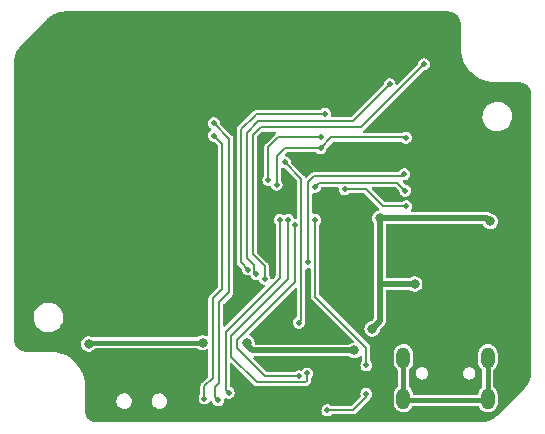
<source format=gbr>
%TF.GenerationSoftware,KiCad,Pcbnew,7.0.1*%
%TF.CreationDate,2024-02-15T14:19:22+01:00*%
%TF.ProjectId,stm32f405-sensorleap-v1,73746d33-3266-4343-9035-2d73656e736f,rev?*%
%TF.SameCoordinates,Original*%
%TF.FileFunction,Copper,L4,Bot*%
%TF.FilePolarity,Positive*%
%FSLAX46Y46*%
G04 Gerber Fmt 4.6, Leading zero omitted, Abs format (unit mm)*
G04 Created by KiCad (PCBNEW 7.0.1) date 2024-02-15 14:19:22*
%MOMM*%
%LPD*%
G01*
G04 APERTURE LIST*
%TA.AperFunction,ComponentPad*%
%ADD10O,1.150000X1.800000*%
%TD*%
%TA.AperFunction,SMDPad,CuDef*%
%ADD11R,1.500000X4.000000*%
%TD*%
%TA.AperFunction,ViaPad*%
%ADD12C,0.800000*%
%TD*%
%TA.AperFunction,ViaPad*%
%ADD13C,0.609600*%
%TD*%
%TA.AperFunction,ViaPad*%
%ADD14C,0.500000*%
%TD*%
%TA.AperFunction,Conductor*%
%ADD15C,0.400000*%
%TD*%
%TA.AperFunction,Conductor*%
%ADD16C,0.500000*%
%TD*%
%TA.AperFunction,Conductor*%
%ADD17C,0.200000*%
%TD*%
G04 APERTURE END LIST*
D10*
%TO.P,J402,6,Shield*%
%TO.N,unconnected-(J402-Shield-Pad6)*%
X133050000Y-129416029D03*
X133050000Y-132886029D03*
X140200000Y-129416029D03*
X140200000Y-132886029D03*
%TD*%
D11*
%TO.P,J1,4,4*%
%TO.N,GND*%
X107600000Y-102117529D03*
%TO.P,J1,5,5*%
X113200000Y-102117529D03*
%TD*%
D12*
%TO.N,GND*%
X131200000Y-128148529D03*
X132113940Y-115773529D03*
X116653616Y-122923529D03*
X115503616Y-122923529D03*
X114528616Y-117498529D03*
X133908940Y-112123529D03*
D13*
X111113940Y-122248529D03*
X111113940Y-121248529D03*
X111113940Y-120248529D03*
X111113940Y-119248529D03*
X111113940Y-118248529D03*
X111113940Y-117248529D03*
X112153616Y-116248529D03*
X113153616Y-116248529D03*
X114153616Y-116248529D03*
X115153616Y-116248529D03*
X112153616Y-124323529D03*
X113153616Y-124323529D03*
X114153616Y-124323529D03*
D14*
X128513940Y-132273529D03*
X137799440Y-108969529D03*
X111590000Y-107053529D03*
X123513940Y-114973529D03*
X140597880Y-116658529D03*
X102890000Y-110573529D03*
X112690000Y-111173529D03*
X108400000Y-103717529D03*
X103000000Y-102200000D03*
X140513940Y-127273529D03*
X112400000Y-100517529D03*
X121513940Y-104273529D03*
X109130000Y-105253529D03*
X121013940Y-114973529D03*
D12*
X135613940Y-119698529D03*
D14*
X109990000Y-112073529D03*
X109990000Y-111173529D03*
X103913940Y-120723529D03*
X109513940Y-129273529D03*
X131800000Y-133900000D03*
X111090000Y-105553529D03*
X114000000Y-101317529D03*
X109130000Y-104653529D03*
X105490000Y-113073529D03*
X109630000Y-107353529D03*
X108400000Y-101317529D03*
X107000000Y-105173529D03*
D12*
X141000000Y-120100000D03*
D14*
X136300000Y-102200000D03*
X124397500Y-106419529D03*
X127413940Y-120923529D03*
D13*
X111113940Y-123248529D03*
D14*
X112400000Y-101317529D03*
X106800000Y-103717529D03*
X134400000Y-131923529D03*
X113200000Y-100517529D03*
D12*
X139463940Y-121098529D03*
X143000000Y-120400000D03*
D14*
X101013940Y-122673529D03*
X107600000Y-101317529D03*
X128513940Y-112273529D03*
D12*
X134363940Y-120898529D03*
X130413940Y-113073529D03*
D14*
X112690000Y-112073529D03*
X119900000Y-123948529D03*
X107600000Y-102917529D03*
X112400000Y-102917529D03*
X133663940Y-109723529D03*
X105513940Y-102217529D03*
X121563940Y-126373529D03*
X103000000Y-105173529D03*
X111790000Y-111173529D03*
X106240000Y-110343529D03*
X114040000Y-107123529D03*
X111790000Y-112073529D03*
X111590000Y-106453529D03*
X109130000Y-105853529D03*
X137950000Y-128273529D03*
X108400000Y-100517529D03*
X121413940Y-117873529D03*
X111590000Y-105853529D03*
X127400000Y-122800000D03*
D12*
X112153940Y-123193529D03*
D14*
X108813940Y-115148529D03*
X109130000Y-106453529D03*
D12*
X137913940Y-119048529D03*
D14*
X107913940Y-126673529D03*
X107600000Y-103717529D03*
X113200000Y-102117529D03*
X103213940Y-113548529D03*
X108400000Y-102917529D03*
X114000000Y-100517529D03*
X106800000Y-100517529D03*
X105240000Y-110343529D03*
X114990000Y-107173529D03*
X128797500Y-108319529D03*
X105000000Y-105173529D03*
X115513940Y-102217529D03*
X112400000Y-103717529D03*
X114000000Y-103717529D03*
X112990000Y-105173529D03*
X109013940Y-119073529D03*
X107600000Y-100517529D03*
X118513940Y-108217529D03*
X127000000Y-129848529D03*
X131893440Y-104969529D03*
X110890000Y-112073529D03*
X112513940Y-129773529D03*
X111090000Y-106753529D03*
X110890000Y-111173529D03*
X121513940Y-107273529D03*
X140597880Y-115358529D03*
X106800000Y-102117529D03*
X113200000Y-102917529D03*
X111590000Y-105253529D03*
X114900000Y-111600000D03*
X113200000Y-103717529D03*
X111090000Y-104953529D03*
X116263940Y-127173529D03*
X111590000Y-104653529D03*
X136193440Y-104369529D03*
X103913940Y-119173529D03*
X133314940Y-112589529D03*
X113200000Y-101317529D03*
X106800000Y-102917529D03*
X128797500Y-105619529D03*
X109630000Y-106753529D03*
X109630000Y-105553529D03*
X109630000Y-106153529D03*
X140597880Y-112858529D03*
X111090000Y-106153529D03*
X121400000Y-119500000D03*
X124313940Y-132873529D03*
X109630000Y-104953529D03*
X132013940Y-109573529D03*
X112400000Y-102117529D03*
X101013940Y-118573529D03*
X114900000Y-113873529D03*
X128013940Y-108573529D03*
X108400000Y-102117529D03*
X111090000Y-107353529D03*
X101013940Y-111248529D03*
X107600000Y-102117529D03*
X114000000Y-102117529D03*
X109130000Y-107053529D03*
X114000000Y-102917529D03*
X106800000Y-101317529D03*
X118513940Y-105217529D03*
X118613940Y-134123529D03*
D12*
%TO.N,+3V3*%
X128903616Y-128798529D03*
X131053616Y-117602145D03*
X119800000Y-128148529D03*
X116050000Y-128148529D03*
X106400000Y-128248529D03*
X140413940Y-117873529D03*
X130413940Y-126973529D03*
X134013940Y-123173529D03*
D14*
%TO.N,NRST*%
X125000000Y-121348529D03*
X133113940Y-113873529D03*
%TO.N,Net-(D201-RK)*%
X126613940Y-133873529D03*
X129913940Y-132473529D03*
%TO.N,BOOT0*%
X122600000Y-117748529D03*
X118263940Y-132373529D03*
%TO.N,I2C1_SCL*%
X133261440Y-110794529D03*
X122313940Y-114773529D03*
X126047500Y-111669529D03*
%TO.N,I2C1_SDA*%
X121613940Y-114373529D03*
X126047500Y-110769529D03*
%TO.N,TIM3_CH1*%
X129913940Y-130073529D03*
X125600000Y-117748529D03*
%TO.N,TIM3_CH2*%
X123900000Y-118148529D03*
X124250000Y-130998529D03*
%TO.N,TIM4_CH1*%
X123300000Y-117748529D03*
X124900000Y-130748529D03*
%TO.N,SWCLK*%
X133313940Y-116573529D03*
X128100000Y-115148529D03*
%TO.N,SWO*%
X133213940Y-115273529D03*
X125600000Y-114948529D03*
%TO.N,IRQ_DW*%
X124200000Y-126448529D03*
X123013940Y-112873529D03*
%TO.N,INT_GYR*%
X131893440Y-106269529D03*
X120600000Y-122348529D03*
%TO.N,INT_ACC*%
X121300000Y-122748529D03*
X134799440Y-104569529D03*
%TO.N,Net-(D1-A)*%
X116213940Y-132873529D03*
X117013940Y-110617529D03*
%TO.N,Net-(D2-A)*%
X117013940Y-109567529D03*
X117363940Y-133023529D03*
%TO.N,IRQ_MM350*%
X126413940Y-108773529D03*
X119900000Y-121948529D03*
%TD*%
D15*
%TO.N,GND*%
X131875000Y-127473529D02*
X131200000Y-128148529D01*
X131875000Y-127473529D02*
X137150000Y-127473529D01*
X137150000Y-127473529D02*
X137950000Y-128273529D01*
%TO.N,+3V3*%
X116050000Y-128148529D02*
X106500000Y-128148529D01*
D16*
X131058145Y-123173529D02*
X131053616Y-123169000D01*
X128903616Y-128798529D02*
X120250000Y-128798529D01*
X120250000Y-128798529D02*
X119800000Y-128348529D01*
X140142556Y-117602145D02*
X140413940Y-117873529D01*
X119800000Y-128348529D02*
X119800000Y-128148529D01*
X131053616Y-117602145D02*
X131053616Y-123169000D01*
D15*
X106500000Y-128148529D02*
X106400000Y-128248529D01*
D16*
X134013940Y-123173529D02*
X131058145Y-123173529D01*
X131053616Y-126333853D02*
X130413940Y-126973529D01*
X131053616Y-123169000D02*
X131053616Y-126333853D01*
X131053616Y-117602145D02*
X140142556Y-117602145D01*
D17*
%TO.N,NRST*%
X125000000Y-121348529D02*
X125000000Y-114548529D01*
X125000000Y-114548529D02*
X125500000Y-114048529D01*
X125500000Y-114048529D02*
X132938940Y-114048529D01*
X132938940Y-114048529D02*
X133113940Y-113873529D01*
%TO.N,Net-(D201-RK)*%
X128813940Y-133873529D02*
X129913940Y-132773529D01*
X128813940Y-133873529D02*
X126613940Y-133873529D01*
X129913940Y-132773529D02*
X129913940Y-132473529D01*
D15*
%TO.N,unconnected-(J402-Shield-Pad6)*%
X140200000Y-129416029D02*
X140200000Y-132886029D01*
X140062500Y-133023529D02*
X133187500Y-133023529D01*
X140200000Y-132886029D02*
X140062500Y-133023529D01*
X133050000Y-132886029D02*
X133050000Y-129416029D01*
X133187500Y-133023529D02*
X133050000Y-132886029D01*
D17*
%TO.N,BOOT0*%
X122600000Y-122648529D02*
X118000000Y-127248529D01*
X122600000Y-117748529D02*
X122600000Y-122648529D01*
X118000000Y-127248529D02*
X118000000Y-132109589D01*
X118000000Y-132109589D02*
X118263940Y-132373529D01*
%TO.N,I2C1_SCL*%
X122313940Y-112373529D02*
X122313940Y-114773529D01*
X126047500Y-111669529D02*
X123017940Y-111669529D01*
X133236440Y-110769529D02*
X133261440Y-110794529D01*
X123017940Y-111669529D02*
X122313940Y-112373529D01*
X126947500Y-110769529D02*
X133236440Y-110769529D01*
X126047500Y-111669529D02*
X126947500Y-110769529D01*
%TO.N,I2C1_SDA*%
X121613940Y-111573529D02*
X121613940Y-114373529D01*
X122417940Y-110769529D02*
X121613940Y-111573529D01*
X126047500Y-110769529D02*
X122417940Y-110769529D01*
%TO.N,TIM3_CH1*%
X125600000Y-117748529D02*
X125600000Y-124248529D01*
X129913940Y-128562469D02*
X129913940Y-130073529D01*
X125600000Y-124248529D02*
X129913940Y-128562469D01*
%TO.N,TIM3_CH2*%
X123900000Y-123000000D02*
X119000000Y-127900000D01*
X119000000Y-127900000D02*
X119000000Y-128623529D01*
X119000000Y-128623529D02*
X121375000Y-130998529D01*
X121375000Y-130998529D02*
X124250000Y-130998529D01*
X123900000Y-118148529D02*
X123900000Y-123000000D01*
%TO.N,TIM4_CH1*%
X123300000Y-122748529D02*
X123300000Y-117748529D01*
X118500000Y-129323529D02*
X118500000Y-127548529D01*
X124900000Y-130748529D02*
X124900000Y-131348529D01*
X120675000Y-131498529D02*
X118500000Y-129323529D01*
X124750000Y-131498529D02*
X120675000Y-131498529D01*
X118500000Y-127548529D02*
X123300000Y-122748529D01*
X124900000Y-131348529D02*
X124750000Y-131498529D01*
%TO.N,SWCLK*%
X131013940Y-116273529D02*
X131313940Y-116573529D01*
X128100000Y-115148529D02*
X129888940Y-115148529D01*
X131313940Y-116573529D02*
X133313940Y-116573529D01*
X129888940Y-115148529D02*
X131013940Y-116273529D01*
%TO.N,SWO*%
X125950000Y-114598529D02*
X125600000Y-114948529D01*
X132538940Y-114598529D02*
X133213940Y-115273529D01*
X130750000Y-114598529D02*
X132538940Y-114598529D01*
X125950000Y-114598529D02*
X130750000Y-114598529D01*
%TO.N,IRQ_DW*%
X124413940Y-114273529D02*
X124413940Y-126234589D01*
X123013940Y-112873529D02*
X124413940Y-114273529D01*
X124413940Y-126234589D02*
X124200000Y-126448529D01*
%TO.N,INT_GYR*%
X128789440Y-109373529D02*
X131893440Y-106269529D01*
X119800000Y-120948529D02*
X119800000Y-110348529D01*
X119800000Y-110348529D02*
X120775000Y-109373529D01*
X120400000Y-122148529D02*
X120400000Y-121548529D01*
X120775000Y-109373529D02*
X128789440Y-109373529D01*
X120600000Y-122348529D02*
X120400000Y-122148529D01*
X120400000Y-121548529D02*
X119800000Y-120948529D01*
%TO.N,INT_ACC*%
X121300000Y-121648529D02*
X120300000Y-120648529D01*
X121300000Y-122748529D02*
X121300000Y-121648529D01*
X129454440Y-109914529D02*
X134799440Y-104569529D01*
X120300000Y-120648529D02*
X120300000Y-110573529D01*
X120300000Y-110573529D02*
X120959000Y-109914529D01*
X120959000Y-109914529D02*
X129454440Y-109914529D01*
%TO.N,Net-(D1-A)*%
X116900000Y-131137469D02*
X116900000Y-124387469D01*
X116213940Y-131823529D02*
X116900000Y-131137469D01*
X117713940Y-123573529D02*
X117713940Y-111317529D01*
X116213940Y-132873529D02*
X116213940Y-131823529D01*
X116900000Y-124387469D02*
X117713940Y-123573529D01*
X117713940Y-111317529D02*
X117013940Y-110617529D01*
%TO.N,Net-(D2-A)*%
X117363940Y-133023529D02*
X117113940Y-132773529D01*
X117450000Y-131587469D02*
X117450000Y-124737469D01*
X118313940Y-110867529D02*
X117013940Y-109567529D01*
X117113940Y-131923529D02*
X117450000Y-131587469D01*
X117113940Y-132773529D02*
X117113940Y-131923529D01*
X117450000Y-124737469D02*
X118313940Y-123873529D01*
X118313940Y-123873529D02*
X118313940Y-110867529D01*
%TO.N,IRQ_MM350*%
X119900000Y-121948529D02*
X119300000Y-121348529D01*
X119300000Y-110087469D02*
X120467940Y-108919529D01*
X120467940Y-108919529D02*
X120613940Y-108773529D01*
X119300000Y-121348529D02*
X119300000Y-110087469D01*
X120613940Y-108773529D02*
X126413940Y-108773529D01*
%TD*%
%TA.AperFunction,Conductor*%
%TO.N,GND*%
G36*
X125199810Y-121863276D02*
G01*
X125236384Y-121907038D01*
X125249500Y-121962543D01*
X125249500Y-124199317D01*
X125246861Y-124224763D01*
X125244957Y-124233843D01*
X125248548Y-124262652D01*
X125249458Y-124277324D01*
X125252665Y-124296542D01*
X125253403Y-124301607D01*
X125260351Y-124357338D01*
X125287081Y-124406731D01*
X125289421Y-124411276D01*
X125310802Y-124455013D01*
X125310803Y-124455014D01*
X125314084Y-124461725D01*
X125319581Y-124466785D01*
X125319582Y-124466787D01*
X125355399Y-124499759D01*
X125359097Y-124503308D01*
X128812922Y-127957133D01*
X128845176Y-128013324D01*
X128844687Y-128078112D01*
X128811588Y-128133809D01*
X128754916Y-128165211D01*
X128671249Y-128185833D01*
X128531375Y-128259246D01*
X128522799Y-128266844D01*
X128484543Y-128289971D01*
X128440572Y-128298029D01*
X120577093Y-128298029D01*
X120510820Y-128278833D01*
X120465066Y-128227188D01*
X120453997Y-128159084D01*
X120455278Y-128148530D01*
X120455217Y-128148029D01*
X120436237Y-127991711D01*
X120380220Y-127844006D01*
X120290483Y-127713999D01*
X120172240Y-127609246D01*
X120110864Y-127577033D01*
X120068443Y-127554768D01*
X120025095Y-127516944D01*
X120003482Y-127463629D01*
X120008255Y-127406297D01*
X120038387Y-127357293D01*
X123851758Y-123543923D01*
X123901122Y-123513673D01*
X123958838Y-123509131D01*
X124012325Y-123531286D01*
X124049925Y-123575309D01*
X124063440Y-123631604D01*
X124063440Y-125874172D01*
X124052230Y-125925693D01*
X124020627Y-125967899D01*
X124003764Y-125977101D01*
X124004945Y-125978938D01*
X123989948Y-125988575D01*
X123989947Y-125988576D01*
X123912364Y-126038434D01*
X123868870Y-126066387D01*
X123774623Y-126175154D01*
X123714834Y-126306071D01*
X123694353Y-126448529D01*
X123714834Y-126590986D01*
X123774623Y-126721903D01*
X123868870Y-126830670D01*
X123868872Y-126830672D01*
X123989947Y-126908482D01*
X124128039Y-126949029D01*
X124271961Y-126949029D01*
X124410053Y-126908482D01*
X124531128Y-126830672D01*
X124625377Y-126721902D01*
X124685165Y-126590986D01*
X124704154Y-126458912D01*
X124721557Y-126417991D01*
X124722998Y-126413794D01*
X124724981Y-126409941D01*
X124729042Y-126400393D01*
X124731048Y-126397815D01*
X124739433Y-126369652D01*
X124747069Y-126344001D01*
X124748619Y-126339158D01*
X124764440Y-126293077D01*
X124764440Y-126293073D01*
X124766865Y-126286009D01*
X124766556Y-126278544D01*
X124766557Y-126278543D01*
X124764546Y-126229910D01*
X124764440Y-126224787D01*
X124764440Y-121966637D01*
X124777556Y-121911133D01*
X124814128Y-121867371D01*
X124866421Y-121844608D01*
X124923372Y-121847659D01*
X124928038Y-121849029D01*
X124928039Y-121849029D01*
X125071959Y-121849029D01*
X125071961Y-121849029D01*
X125090567Y-121843565D01*
X125147516Y-121840513D01*
X125199810Y-121863276D01*
G37*
%TD.AperFunction*%
%TA.AperFunction,Conductor*%
G36*
X122186678Y-110281984D02*
G01*
X122232150Y-110328214D01*
X122248071Y-110391074D01*
X122230086Y-110453376D01*
X122211065Y-110471477D01*
X122213690Y-110473894D01*
X122166697Y-110524938D01*
X122163152Y-110528633D01*
X121400895Y-111290890D01*
X121381044Y-111307012D01*
X121373272Y-111312090D01*
X121355440Y-111335000D01*
X121345705Y-111346025D01*
X121334381Y-111361886D01*
X121331332Y-111365974D01*
X121320159Y-111380331D01*
X121296831Y-111410302D01*
X121280811Y-111464111D01*
X121279249Y-111468987D01*
X121261014Y-111522106D01*
X121263334Y-111578197D01*
X121263440Y-111583321D01*
X121263440Y-113967493D01*
X121255622Y-114010826D01*
X121233153Y-114048695D01*
X121188563Y-114100154D01*
X121128774Y-114231071D01*
X121108293Y-114373528D01*
X121128774Y-114515986D01*
X121188563Y-114646903D01*
X121266381Y-114736710D01*
X121282812Y-114755672D01*
X121403887Y-114833482D01*
X121541979Y-114874029D01*
X121685899Y-114874029D01*
X121685901Y-114874029D01*
X121691892Y-114872269D01*
X121750291Y-114869488D01*
X121803477Y-114893776D01*
X121839620Y-114939734D01*
X121888564Y-115046904D01*
X121982810Y-115155670D01*
X121982812Y-115155672D01*
X122103887Y-115233482D01*
X122241979Y-115274029D01*
X122385901Y-115274029D01*
X122523993Y-115233482D01*
X122645068Y-115155672D01*
X122739317Y-115046902D01*
X122799105Y-114915986D01*
X122819587Y-114773529D01*
X122799105Y-114631072D01*
X122739317Y-114500156D01*
X122739316Y-114500155D01*
X122739316Y-114500154D01*
X122694727Y-114448695D01*
X122672258Y-114410826D01*
X122664440Y-114367493D01*
X122664440Y-113458181D01*
X122677556Y-113402677D01*
X122714129Y-113358914D01*
X122766423Y-113336151D01*
X122823374Y-113339203D01*
X122941979Y-113374029D01*
X122967396Y-113374029D01*
X123014849Y-113383468D01*
X123055077Y-113410348D01*
X124027121Y-114382392D01*
X124054001Y-114422620D01*
X124063440Y-114470073D01*
X124063440Y-117524029D01*
X124046827Y-117586029D01*
X124001440Y-117631416D01*
X123939440Y-117648029D01*
X123884016Y-117648029D01*
X123816977Y-117628345D01*
X123771222Y-117575541D01*
X123725376Y-117475154D01*
X123631129Y-117366387D01*
X123631128Y-117366386D01*
X123510053Y-117288576D01*
X123371961Y-117248029D01*
X123228039Y-117248029D01*
X123089947Y-117288576D01*
X123017039Y-117335431D01*
X122950000Y-117355115D01*
X122882961Y-117335431D01*
X122849500Y-117313927D01*
X122810053Y-117288576D01*
X122671961Y-117248029D01*
X122528039Y-117248029D01*
X122389947Y-117288576D01*
X122268870Y-117366387D01*
X122174623Y-117475154D01*
X122114834Y-117606071D01*
X122094353Y-117748529D01*
X122114834Y-117890986D01*
X122174623Y-118021903D01*
X122219213Y-118073363D01*
X122241682Y-118111232D01*
X122249500Y-118154565D01*
X122249500Y-122451985D01*
X122240061Y-122499438D01*
X122213183Y-122539663D01*
X122146776Y-122606071D01*
X122005785Y-122747061D01*
X121946620Y-122780056D01*
X121878944Y-122777033D01*
X121822956Y-122738895D01*
X121795366Y-122677025D01*
X121794791Y-122673029D01*
X121785165Y-122606072D01*
X121764504Y-122560832D01*
X121725376Y-122475154D01*
X121680787Y-122423695D01*
X121658318Y-122385826D01*
X121650500Y-122342493D01*
X121650500Y-121697742D01*
X121653139Y-121672296D01*
X121653364Y-121671217D01*
X121655043Y-121663215D01*
X121651452Y-121634407D01*
X121650541Y-121619743D01*
X121650500Y-121619497D01*
X121650500Y-121619489D01*
X121647325Y-121600467D01*
X121646597Y-121595470D01*
X121640573Y-121547137D01*
X121640572Y-121547135D01*
X121639648Y-121539721D01*
X121636092Y-121533150D01*
X121636092Y-121533148D01*
X121612920Y-121490331D01*
X121610576Y-121485775D01*
X121585917Y-121435332D01*
X121544588Y-121397286D01*
X121540890Y-121393738D01*
X120686819Y-120539666D01*
X120659939Y-120499438D01*
X120650500Y-120451985D01*
X120650500Y-110770073D01*
X120659939Y-110722620D01*
X120686819Y-110682392D01*
X121067862Y-110301348D01*
X121108090Y-110274468D01*
X121155543Y-110265029D01*
X122124088Y-110265029D01*
X122186678Y-110281984D01*
G37*
%TD.AperFunction*%
%TA.AperFunction,Conductor*%
G36*
X136905392Y-100100972D02*
G01*
X136917433Y-100102025D01*
X136944880Y-100104426D01*
X136945961Y-100104526D01*
X137071776Y-100116918D01*
X137091685Y-100120541D01*
X137156467Y-100137899D01*
X137160203Y-100138966D01*
X137251570Y-100166682D01*
X137267959Y-100172952D01*
X137333867Y-100203686D01*
X137339867Y-100206685D01*
X137382639Y-100229548D01*
X137419046Y-100249008D01*
X137431715Y-100256791D01*
X137492889Y-100299625D01*
X137500430Y-100305346D01*
X137568455Y-100361172D01*
X137577472Y-100369345D01*
X137630653Y-100422526D01*
X137638826Y-100431543D01*
X137694652Y-100499568D01*
X137700373Y-100507109D01*
X137743207Y-100568283D01*
X137750990Y-100580952D01*
X137793304Y-100660114D01*
X137796328Y-100666163D01*
X137827041Y-100732027D01*
X137833319Y-100748436D01*
X137861008Y-100839713D01*
X137862123Y-100843616D01*
X137879454Y-100908298D01*
X137883082Y-100928238D01*
X137895456Y-101053882D01*
X137895581Y-101055223D01*
X137899028Y-101094604D01*
X137899500Y-101105416D01*
X137899500Y-103099500D01*
X137899500Y-103100000D01*
X137899500Y-103257250D01*
X137926511Y-103514244D01*
X137932375Y-103570031D01*
X137997761Y-103877649D01*
X138094947Y-104176761D01*
X138222865Y-104464066D01*
X138380112Y-104736428D01*
X138564975Y-104990870D01*
X138775413Y-105224586D01*
X139009129Y-105435024D01*
X139009132Y-105435026D01*
X139009133Y-105435027D01*
X139263568Y-105619885D01*
X139535932Y-105777134D01*
X139677535Y-105840180D01*
X139823238Y-105905052D01*
X139823240Y-105905052D01*
X139823241Y-105905053D01*
X140122348Y-106002238D01*
X140429974Y-106067626D01*
X140742750Y-106100500D01*
X140899901Y-106100500D01*
X140900000Y-106100500D01*
X140900500Y-106100500D01*
X142894587Y-106100500D01*
X142905392Y-106100972D01*
X142917433Y-106102025D01*
X142944880Y-106104426D01*
X142945961Y-106104526D01*
X143071776Y-106116918D01*
X143091685Y-106120541D01*
X143156467Y-106137899D01*
X143160203Y-106138966D01*
X143251570Y-106166682D01*
X143267959Y-106172952D01*
X143333867Y-106203686D01*
X143339867Y-106206685D01*
X143382639Y-106229548D01*
X143419046Y-106249008D01*
X143431715Y-106256791D01*
X143492889Y-106299625D01*
X143500430Y-106305346D01*
X143568455Y-106361172D01*
X143577472Y-106369345D01*
X143630653Y-106422526D01*
X143638826Y-106431543D01*
X143694652Y-106499568D01*
X143700373Y-106507109D01*
X143743207Y-106568283D01*
X143750990Y-106580952D01*
X143793304Y-106660114D01*
X143796328Y-106666163D01*
X143827041Y-106732027D01*
X143833319Y-106748436D01*
X143861008Y-106839713D01*
X143862123Y-106843616D01*
X143879454Y-106908298D01*
X143883082Y-106928238D01*
X143895456Y-107053882D01*
X143895581Y-107055223D01*
X143899028Y-107094604D01*
X143899500Y-107105416D01*
X143899500Y-130566519D01*
X143899305Y-130573475D01*
X143896542Y-130622653D01*
X143896472Y-130623806D01*
X143884738Y-130802846D01*
X143883251Y-130815509D01*
X143867545Y-130907943D01*
X143866915Y-130911361D01*
X143861035Y-130940925D01*
X143843557Y-131028796D01*
X143840524Y-131044042D01*
X143838060Y-131054180D01*
X143809976Y-131151660D01*
X143808241Y-131157190D01*
X143766986Y-131278724D01*
X143764128Y-131286319D01*
X143724653Y-131381619D01*
X143721304Y-131389010D01*
X143664531Y-131504133D01*
X143661847Y-131509269D01*
X143612783Y-131598045D01*
X143607357Y-131606955D01*
X143532190Y-131719451D01*
X143530218Y-131722316D01*
X143475971Y-131798770D01*
X143468069Y-131808774D01*
X143349866Y-131943558D01*
X143349100Y-131944423D01*
X143316235Y-131981201D01*
X143311353Y-131986359D01*
X140980915Y-134311442D01*
X140975962Y-134316120D01*
X140938765Y-134349361D01*
X140937904Y-134350123D01*
X140803549Y-134467968D01*
X140793538Y-134475876D01*
X140716413Y-134530599D01*
X140713549Y-134532571D01*
X140601770Y-134607260D01*
X140592859Y-134612686D01*
X140503589Y-134662023D01*
X140498452Y-134664708D01*
X140383880Y-134721207D01*
X140376489Y-134724555D01*
X140280718Y-134764224D01*
X140273123Y-134767083D01*
X140152164Y-134808141D01*
X140146632Y-134809875D01*
X140048619Y-134838110D01*
X140038483Y-134840574D01*
X139906596Y-134866805D01*
X139903184Y-134867434D01*
X139887486Y-134870101D01*
X139809971Y-134883269D01*
X139797310Y-134884755D01*
X139620377Y-134896346D01*
X139619225Y-134896416D01*
X139574417Y-134898932D01*
X139567781Y-134899305D01*
X139560837Y-134899500D01*
X107105416Y-134899500D01*
X107094606Y-134899028D01*
X107092001Y-134898800D01*
X107055223Y-134895581D01*
X107053882Y-134895456D01*
X106928238Y-134883082D01*
X106908298Y-134879454D01*
X106843616Y-134862123D01*
X106839713Y-134861008D01*
X106748436Y-134833319D01*
X106732027Y-134827041D01*
X106666163Y-134796328D01*
X106660114Y-134793304D01*
X106580952Y-134750990D01*
X106568283Y-134743207D01*
X106507109Y-134700373D01*
X106499568Y-134694652D01*
X106431543Y-134638826D01*
X106422526Y-134630653D01*
X106369345Y-134577472D01*
X106361172Y-134568455D01*
X106305346Y-134500430D01*
X106299625Y-134492889D01*
X106256791Y-134431715D01*
X106249008Y-134419046D01*
X106211760Y-134349361D01*
X106206685Y-134339867D01*
X106203686Y-134333867D01*
X106172952Y-134267959D01*
X106166682Y-134251570D01*
X106138966Y-134160203D01*
X106137899Y-134156467D01*
X106120541Y-134091685D01*
X106116918Y-134071776D01*
X106104526Y-133945961D01*
X106104426Y-133944880D01*
X106100972Y-133905392D01*
X106100500Y-133894587D01*
X106100500Y-133873529D01*
X126108293Y-133873529D01*
X126128774Y-134015986D01*
X126188563Y-134146903D01*
X126282810Y-134255670D01*
X126282812Y-134255672D01*
X126403887Y-134333482D01*
X126541979Y-134374029D01*
X126685901Y-134374029D01*
X126823993Y-134333482D01*
X126945068Y-134255672D01*
X126945067Y-134255672D01*
X126960067Y-134246033D01*
X126961077Y-134247605D01*
X126977600Y-134235236D01*
X127029116Y-134224029D01*
X128764728Y-134224029D01*
X128790174Y-134226668D01*
X128791496Y-134226945D01*
X128799255Y-134228572D01*
X128825304Y-134225324D01*
X128828063Y-134224981D01*
X128842735Y-134224070D01*
X128861953Y-134220863D01*
X128867009Y-134220125D01*
X128915333Y-134214102D01*
X128915334Y-134214101D01*
X128922748Y-134213177D01*
X128929318Y-134209621D01*
X128929321Y-134209621D01*
X128972141Y-134186447D01*
X128976687Y-134184106D01*
X129020424Y-134162727D01*
X129020426Y-134162724D01*
X129027135Y-134159445D01*
X129032194Y-134153948D01*
X129032198Y-134153947D01*
X129065194Y-134118101D01*
X129068696Y-134114453D01*
X129927359Y-133255789D01*
X132224500Y-133255789D01*
X132239045Y-133389533D01*
X132296377Y-133559690D01*
X132388949Y-133713546D01*
X132405550Y-133731071D01*
X132512431Y-133843904D01*
X132556125Y-133873529D01*
X132661047Y-133944669D01*
X132827850Y-134011129D01*
X132827853Y-134011130D01*
X133005045Y-134040179D01*
X133184339Y-134030458D01*
X133357351Y-133982422D01*
X133515992Y-133898315D01*
X133652843Y-133782073D01*
X133761507Y-133639128D01*
X133804610Y-133545960D01*
X133850366Y-133493549D01*
X133917149Y-133474029D01*
X139328446Y-133474029D01*
X139378472Y-133484568D01*
X139419994Y-133514393D01*
X139445955Y-133558435D01*
X139446378Y-133559691D01*
X139538949Y-133713546D01*
X139555550Y-133731071D01*
X139662431Y-133843904D01*
X139706125Y-133873529D01*
X139811047Y-133944669D01*
X139977850Y-134011129D01*
X139977853Y-134011130D01*
X140155045Y-134040179D01*
X140334339Y-134030458D01*
X140507351Y-133982422D01*
X140665992Y-133898315D01*
X140802843Y-133782073D01*
X140911507Y-133639128D01*
X140911506Y-133639128D01*
X140911508Y-133639127D01*
X140986900Y-133476169D01*
X140986899Y-133476169D01*
X140986901Y-133476167D01*
X141025500Y-133300808D01*
X141025500Y-132516269D01*
X141010954Y-132382524D01*
X140953622Y-132212367D01*
X140905826Y-132132930D01*
X140861050Y-132058511D01*
X140737569Y-131928154D01*
X140704912Y-131906012D01*
X140664944Y-131861461D01*
X140650500Y-131803379D01*
X140650500Y-130498843D01*
X140661961Y-130446777D01*
X140694224Y-130404335D01*
X140730051Y-130373903D01*
X140802843Y-130312073D01*
X140911507Y-130169128D01*
X140911506Y-130169128D01*
X140911508Y-130169127D01*
X140986900Y-130006169D01*
X140986899Y-130006169D01*
X140986901Y-130006167D01*
X141025500Y-129830808D01*
X141025500Y-129046269D01*
X141010954Y-128912524D01*
X140953622Y-128742367D01*
X140920796Y-128687810D01*
X140861050Y-128588511D01*
X140796138Y-128519985D01*
X140737569Y-128458154D01*
X140679889Y-128419046D01*
X140588952Y-128357388D01*
X140422149Y-128290928D01*
X140348370Y-128278833D01*
X140244955Y-128261879D01*
X140244952Y-128261879D01*
X140065660Y-128271599D01*
X139892649Y-128319635D01*
X139734008Y-128403742D01*
X139597156Y-128519985D01*
X139488491Y-128662930D01*
X139413099Y-128825888D01*
X139374500Y-129001250D01*
X139374500Y-129785789D01*
X139389045Y-129919533D01*
X139446377Y-130089690D01*
X139538949Y-130243546D01*
X139662430Y-130373903D01*
X139695088Y-130396046D01*
X139735056Y-130440597D01*
X139749500Y-130498679D01*
X139749500Y-131803215D01*
X139738039Y-131855281D01*
X139705776Y-131897723D01*
X139597156Y-131989985D01*
X139488491Y-132132930D01*
X139413099Y-132295888D01*
X139373524Y-132475685D01*
X139349768Y-132525840D01*
X139306513Y-132560610D01*
X139252423Y-132573029D01*
X133992918Y-132573029D01*
X133934835Y-132558585D01*
X133890285Y-132518616D01*
X133869645Y-132462436D01*
X133860954Y-132382524D01*
X133803622Y-132212367D01*
X133711050Y-132058511D01*
X133587569Y-131928154D01*
X133554912Y-131906012D01*
X133514944Y-131861461D01*
X133500500Y-131803379D01*
X133500500Y-130736027D01*
X134094964Y-130736027D01*
X134095524Y-130740277D01*
X134096295Y-130764915D01*
X134095795Y-130772224D01*
X134105601Y-130819416D01*
X134107133Y-130828455D01*
X134113026Y-130873213D01*
X134116093Y-130880618D01*
X134122933Y-130902826D01*
X134125185Y-130913663D01*
X134145653Y-130953164D01*
X134150113Y-130962752D01*
X134165976Y-131001047D01*
X134173123Y-131010360D01*
X134184843Y-131028796D01*
X134191645Y-131041923D01*
X134219488Y-131071736D01*
X134227239Y-131080885D01*
X134245586Y-131104796D01*
X134250209Y-131110820D01*
X134262476Y-131120233D01*
X134277609Y-131133968D01*
X134290245Y-131147498D01*
X134321922Y-131166760D01*
X134332978Y-131174332D01*
X134359980Y-131195052D01*
X134359981Y-131195052D01*
X134359982Y-131195053D01*
X134377711Y-131202396D01*
X134394679Y-131211005D01*
X134413672Y-131222555D01*
X134445810Y-131231559D01*
X134459797Y-131236397D01*
X134487813Y-131248002D01*
X134487815Y-131248002D01*
X134487817Y-131248003D01*
X134510527Y-131250992D01*
X134527782Y-131254526D01*
X134552772Y-131261529D01*
X134582427Y-131261529D01*
X134598613Y-131262590D01*
X134624999Y-131266064D01*
X134624999Y-131266063D01*
X134625000Y-131266064D01*
X134651387Y-131262589D01*
X134654905Y-131262359D01*
X134660943Y-131261529D01*
X134660949Y-131261529D01*
X134695034Y-131256843D01*
X134695367Y-131256798D01*
X134762183Y-131248003D01*
X134762185Y-131248002D01*
X134766713Y-131247406D01*
X134768106Y-131246800D01*
X134768111Y-131246800D01*
X134829355Y-131220196D01*
X134831184Y-131219420D01*
X134890018Y-131195053D01*
X134890019Y-131195051D01*
X134897057Y-131192137D01*
X134900606Y-131189249D01*
X134900609Y-131189248D01*
X134949531Y-131149445D01*
X134952176Y-131147355D01*
X134999791Y-131110820D01*
X134999794Y-131110815D01*
X135004231Y-131107411D01*
X135010982Y-131100466D01*
X135012662Y-131098084D01*
X135012665Y-131098083D01*
X135046868Y-131049626D01*
X135049785Y-131045666D01*
X135052657Y-131041924D01*
X135084024Y-131001047D01*
X135084024Y-131001046D01*
X135085462Y-130999173D01*
X135095930Y-130980178D01*
X135095968Y-130980069D01*
X135095971Y-130980066D01*
X135114596Y-130927657D01*
X135116855Y-130921781D01*
X135136974Y-130873212D01*
X135137044Y-130872673D01*
X135143144Y-130847330D01*
X135144346Y-130843950D01*
X135147887Y-130792168D01*
X135148654Y-130784486D01*
X135155035Y-130736029D01*
X135155035Y-130736027D01*
X138094964Y-130736027D01*
X138095524Y-130740277D01*
X138096295Y-130764915D01*
X138095795Y-130772224D01*
X138105601Y-130819416D01*
X138107133Y-130828455D01*
X138113026Y-130873213D01*
X138116093Y-130880618D01*
X138122933Y-130902826D01*
X138125185Y-130913663D01*
X138145653Y-130953164D01*
X138150113Y-130962752D01*
X138165976Y-131001047D01*
X138173123Y-131010360D01*
X138184843Y-131028796D01*
X138191645Y-131041923D01*
X138219488Y-131071736D01*
X138227239Y-131080885D01*
X138245586Y-131104796D01*
X138250209Y-131110820D01*
X138262476Y-131120233D01*
X138277609Y-131133968D01*
X138290245Y-131147498D01*
X138321922Y-131166760D01*
X138332978Y-131174332D01*
X138359980Y-131195052D01*
X138359981Y-131195052D01*
X138359982Y-131195053D01*
X138377711Y-131202396D01*
X138394679Y-131211005D01*
X138413672Y-131222555D01*
X138445810Y-131231559D01*
X138459797Y-131236397D01*
X138487813Y-131248002D01*
X138487815Y-131248002D01*
X138487817Y-131248003D01*
X138510527Y-131250992D01*
X138527782Y-131254526D01*
X138552772Y-131261529D01*
X138582427Y-131261529D01*
X138598613Y-131262590D01*
X138624999Y-131266064D01*
X138624999Y-131266063D01*
X138625000Y-131266064D01*
X138651387Y-131262589D01*
X138654905Y-131262359D01*
X138660943Y-131261529D01*
X138660949Y-131261529D01*
X138695034Y-131256843D01*
X138695367Y-131256798D01*
X138762183Y-131248003D01*
X138762185Y-131248002D01*
X138766713Y-131247406D01*
X138768106Y-131246800D01*
X138768111Y-131246800D01*
X138829355Y-131220196D01*
X138831184Y-131219420D01*
X138890018Y-131195053D01*
X138890019Y-131195051D01*
X138897057Y-131192137D01*
X138900606Y-131189249D01*
X138900609Y-131189248D01*
X138949531Y-131149445D01*
X138952176Y-131147355D01*
X138999791Y-131110820D01*
X138999794Y-131110815D01*
X139004231Y-131107411D01*
X139010982Y-131100466D01*
X139012662Y-131098084D01*
X139012665Y-131098083D01*
X139046868Y-131049626D01*
X139049785Y-131045666D01*
X139052657Y-131041924D01*
X139084024Y-131001047D01*
X139084024Y-131001046D01*
X139085462Y-130999173D01*
X139095930Y-130980178D01*
X139095968Y-130980069D01*
X139095971Y-130980066D01*
X139114596Y-130927657D01*
X139116855Y-130921781D01*
X139136974Y-130873212D01*
X139137044Y-130872673D01*
X139143144Y-130847330D01*
X139144346Y-130843950D01*
X139147887Y-130792168D01*
X139148654Y-130784486D01*
X139155035Y-130736029D01*
X139154476Y-130731783D01*
X139153704Y-130707133D01*
X139154204Y-130699830D01*
X139144397Y-130652640D01*
X139142869Y-130643628D01*
X139136974Y-130598846D01*
X139133911Y-130591451D01*
X139127065Y-130569225D01*
X139124814Y-130558397D01*
X139124814Y-130558395D01*
X139104341Y-130518883D01*
X139099881Y-130509295D01*
X139084024Y-130471012D01*
X139076872Y-130461692D01*
X139065156Y-130443262D01*
X139058354Y-130430134D01*
X139030506Y-130400316D01*
X139022767Y-130391180D01*
X139003741Y-130366386D01*
X138999791Y-130361238D01*
X138987523Y-130351824D01*
X138972389Y-130338088D01*
X138959755Y-130324560D01*
X138928076Y-130305296D01*
X138917028Y-130297731D01*
X138890018Y-130277005D01*
X138872289Y-130269661D01*
X138855317Y-130261050D01*
X138836328Y-130249503D01*
X138825792Y-130246551D01*
X138804195Y-130240499D01*
X138790203Y-130235660D01*
X138762185Y-130224055D01*
X138739475Y-130221065D01*
X138722210Y-130217528D01*
X138697229Y-130210529D01*
X138697228Y-130210529D01*
X138667573Y-130210529D01*
X138651387Y-130209468D01*
X138625000Y-130205993D01*
X138598613Y-130209468D01*
X138595083Y-130209699D01*
X138555252Y-130215173D01*
X138554558Y-130215267D01*
X138483284Y-130224651D01*
X138420679Y-130251843D01*
X138418735Y-130252668D01*
X138352939Y-130279922D01*
X138300531Y-130322559D01*
X138297766Y-130324744D01*
X138245781Y-130364635D01*
X138239013Y-130371598D01*
X138203142Y-130422414D01*
X138200216Y-130426388D01*
X138164545Y-130472876D01*
X138154064Y-130491894D01*
X138154029Y-130491991D01*
X138154029Y-130491992D01*
X138151652Y-130498679D01*
X138135412Y-130544373D01*
X138133135Y-130550295D01*
X138113025Y-130598847D01*
X138112954Y-130599392D01*
X138106859Y-130624715D01*
X138105654Y-130628105D01*
X138102112Y-130679878D01*
X138101340Y-130687598D01*
X138094964Y-130736027D01*
X135155035Y-130736027D01*
X135154476Y-130731783D01*
X135153704Y-130707133D01*
X135154204Y-130699830D01*
X135144397Y-130652640D01*
X135142869Y-130643628D01*
X135136974Y-130598846D01*
X135133911Y-130591451D01*
X135127065Y-130569225D01*
X135124814Y-130558397D01*
X135124814Y-130558395D01*
X135104341Y-130518883D01*
X135099881Y-130509295D01*
X135084024Y-130471012D01*
X135076872Y-130461692D01*
X135065156Y-130443262D01*
X135058354Y-130430134D01*
X135030506Y-130400316D01*
X135022767Y-130391180D01*
X135003741Y-130366386D01*
X134999791Y-130361238D01*
X134987523Y-130351824D01*
X134972389Y-130338088D01*
X134959755Y-130324560D01*
X134928076Y-130305296D01*
X134917028Y-130297731D01*
X134890018Y-130277005D01*
X134872289Y-130269661D01*
X134855317Y-130261050D01*
X134836328Y-130249503D01*
X134825792Y-130246551D01*
X134804195Y-130240499D01*
X134790203Y-130235660D01*
X134762185Y-130224055D01*
X134739475Y-130221065D01*
X134722210Y-130217528D01*
X134697229Y-130210529D01*
X134697228Y-130210529D01*
X134667573Y-130210529D01*
X134651387Y-130209468D01*
X134625000Y-130205993D01*
X134598613Y-130209468D01*
X134595083Y-130209699D01*
X134555252Y-130215173D01*
X134554558Y-130215267D01*
X134483284Y-130224651D01*
X134420679Y-130251843D01*
X134418735Y-130252668D01*
X134352939Y-130279922D01*
X134300531Y-130322559D01*
X134297766Y-130324744D01*
X134245781Y-130364635D01*
X134239013Y-130371598D01*
X134203142Y-130422414D01*
X134200216Y-130426388D01*
X134164545Y-130472876D01*
X134154064Y-130491894D01*
X134154029Y-130491991D01*
X134154029Y-130491992D01*
X134151652Y-130498679D01*
X134135412Y-130544373D01*
X134133135Y-130550295D01*
X134113025Y-130598847D01*
X134112954Y-130599392D01*
X134106859Y-130624715D01*
X134105654Y-130628105D01*
X134102112Y-130679878D01*
X134101340Y-130687598D01*
X134094964Y-130736027D01*
X133500500Y-130736027D01*
X133500500Y-130498843D01*
X133511961Y-130446777D01*
X133544224Y-130404335D01*
X133580051Y-130373903D01*
X133652843Y-130312073D01*
X133761507Y-130169128D01*
X133761506Y-130169128D01*
X133761508Y-130169127D01*
X133836900Y-130006169D01*
X133836899Y-130006169D01*
X133836901Y-130006167D01*
X133875500Y-129830808D01*
X133875500Y-129046269D01*
X133860954Y-128912524D01*
X133803622Y-128742367D01*
X133770796Y-128687810D01*
X133711050Y-128588511D01*
X133646138Y-128519985D01*
X133587569Y-128458154D01*
X133529889Y-128419046D01*
X133438952Y-128357388D01*
X133272149Y-128290928D01*
X133198370Y-128278833D01*
X133094955Y-128261879D01*
X133094952Y-128261879D01*
X132915660Y-128271599D01*
X132742649Y-128319635D01*
X132584008Y-128403742D01*
X132447156Y-128519985D01*
X132338491Y-128662930D01*
X132263099Y-128825888D01*
X132224500Y-129001250D01*
X132224500Y-129785789D01*
X132239045Y-129919533D01*
X132296377Y-130089690D01*
X132388949Y-130243546D01*
X132512430Y-130373903D01*
X132545088Y-130396046D01*
X132585056Y-130440597D01*
X132599500Y-130498679D01*
X132599500Y-131803215D01*
X132588039Y-131855281D01*
X132555776Y-131897723D01*
X132447156Y-131989985D01*
X132338491Y-132132930D01*
X132263099Y-132295888D01*
X132224500Y-132471250D01*
X132224500Y-133255789D01*
X129927359Y-133255789D01*
X130126983Y-133056165D01*
X130146835Y-133040044D01*
X130154609Y-133034966D01*
X130172440Y-133012055D01*
X130182167Y-133001042D01*
X130188775Y-132991787D01*
X130193493Y-132985176D01*
X130196544Y-132981084D01*
X130226457Y-132942655D01*
X130226457Y-132942652D01*
X130231048Y-132936755D01*
X130246983Y-132883232D01*
X130247070Y-132882937D01*
X130248628Y-132878074D01*
X130255888Y-132856925D01*
X130279455Y-132815985D01*
X130339317Y-132746902D01*
X130399105Y-132615986D01*
X130419587Y-132473529D01*
X130399105Y-132331072D01*
X130397632Y-132327847D01*
X130339316Y-132200154D01*
X130245069Y-132091387D01*
X130245068Y-132091386D01*
X130123993Y-132013576D01*
X129985901Y-131973029D01*
X129841979Y-131973029D01*
X129703887Y-132013576D01*
X129582810Y-132091387D01*
X129488563Y-132200154D01*
X129428774Y-132331071D01*
X129408293Y-132473529D01*
X129428774Y-132615986D01*
X129439103Y-132638602D01*
X129450274Y-132687163D01*
X129441427Y-132736200D01*
X129413990Y-132777795D01*
X128705077Y-133486710D01*
X128664849Y-133513590D01*
X128617396Y-133523029D01*
X127029116Y-133523029D01*
X126977600Y-133511822D01*
X126961077Y-133499452D01*
X126960067Y-133501025D01*
X126918060Y-133474029D01*
X126823993Y-133413576D01*
X126685901Y-133373029D01*
X126541979Y-133373029D01*
X126403887Y-133413576D01*
X126282810Y-133491387D01*
X126188563Y-133600154D01*
X126128774Y-133731071D01*
X126108293Y-133873529D01*
X106100500Y-133873529D01*
X106100500Y-133042362D01*
X108745623Y-133042362D01*
X108755943Y-133206387D01*
X108755944Y-133206389D01*
X108806732Y-133362700D01*
X108834002Y-133405670D01*
X108894797Y-133501469D01*
X108956797Y-133559690D01*
X109014607Y-133613977D01*
X109158632Y-133693156D01*
X109158634Y-133693157D01*
X109317821Y-133734029D01*
X109317823Y-133734029D01*
X109440925Y-133734029D01*
X109440927Y-133734029D01*
X109563059Y-133718600D01*
X109639464Y-133688348D01*
X109715871Y-133658097D01*
X109848837Y-133561492D01*
X109953600Y-133434855D01*
X110023579Y-133286142D01*
X110054376Y-133124699D01*
X110050064Y-133056170D01*
X110049195Y-133042362D01*
X111745623Y-133042362D01*
X111755943Y-133206387D01*
X111755944Y-133206389D01*
X111806732Y-133362700D01*
X111834002Y-133405670D01*
X111894797Y-133501469D01*
X111956797Y-133559690D01*
X112014607Y-133613977D01*
X112158632Y-133693156D01*
X112158634Y-133693157D01*
X112317821Y-133734029D01*
X112317823Y-133734029D01*
X112440925Y-133734029D01*
X112440927Y-133734029D01*
X112563059Y-133718600D01*
X112639464Y-133688348D01*
X112715871Y-133658097D01*
X112848837Y-133561492D01*
X112953600Y-133434855D01*
X113023579Y-133286142D01*
X113054376Y-133124699D01*
X113050064Y-133056170D01*
X113044056Y-132960670D01*
X113035382Y-132933973D01*
X112993268Y-132804358D01*
X112937776Y-132716917D01*
X112905202Y-132665588D01*
X112785393Y-132553081D01*
X112641365Y-132473900D01*
X112482179Y-132433029D01*
X112482177Y-132433029D01*
X112359075Y-132433029D01*
X112359073Y-132433029D01*
X112236940Y-132448457D01*
X112084129Y-132508960D01*
X111951165Y-132605563D01*
X111846399Y-132732204D01*
X111824946Y-132777795D01*
X111776421Y-132880916D01*
X111761207Y-132960669D01*
X111745623Y-133042362D01*
X110049195Y-133042362D01*
X110044056Y-132960670D01*
X110035382Y-132933973D01*
X109993268Y-132804358D01*
X109937776Y-132716917D01*
X109905202Y-132665588D01*
X109785393Y-132553081D01*
X109641365Y-132473900D01*
X109482179Y-132433029D01*
X109482177Y-132433029D01*
X109359075Y-132433029D01*
X109359073Y-132433029D01*
X109236940Y-132448457D01*
X109084129Y-132508960D01*
X108951165Y-132605563D01*
X108846399Y-132732204D01*
X108824946Y-132777795D01*
X108776421Y-132880916D01*
X108761207Y-132960669D01*
X108745623Y-133042362D01*
X106100500Y-133042362D01*
X106100500Y-131742753D01*
X106100500Y-131742750D01*
X106067626Y-131429974D01*
X106002238Y-131122348D01*
X105905053Y-130823241D01*
X105901610Y-130815509D01*
X105825072Y-130643602D01*
X105777134Y-130535932D01*
X105655098Y-130324559D01*
X105619887Y-130263571D01*
X105599608Y-130235660D01*
X105435027Y-130009133D01*
X105435026Y-130009132D01*
X105435024Y-130009129D01*
X105224586Y-129775413D01*
X104990870Y-129564975D01*
X104736428Y-129380112D01*
X104464066Y-129222865D01*
X104176761Y-129094947D01*
X103877649Y-128997761D01*
X103570031Y-128932375D01*
X103570030Y-128932374D01*
X103570026Y-128932374D01*
X103257250Y-128899500D01*
X103257247Y-128899500D01*
X101105416Y-128899500D01*
X101094606Y-128899028D01*
X101092001Y-128898800D01*
X101055223Y-128895581D01*
X101053882Y-128895456D01*
X100928238Y-128883082D01*
X100908298Y-128879454D01*
X100843616Y-128862123D01*
X100839713Y-128861008D01*
X100748436Y-128833319D01*
X100732027Y-128827041D01*
X100666163Y-128796328D01*
X100660114Y-128793304D01*
X100580952Y-128750990D01*
X100568283Y-128743207D01*
X100507109Y-128700373D01*
X100499568Y-128694652D01*
X100431543Y-128638826D01*
X100422526Y-128630653D01*
X100369345Y-128577472D01*
X100361172Y-128568455D01*
X100305346Y-128500430D01*
X100299625Y-128492889D01*
X100256791Y-128431715D01*
X100249008Y-128419046D01*
X100229548Y-128382639D01*
X100206685Y-128339867D01*
X100203686Y-128333867D01*
X100172952Y-128267959D01*
X100166682Y-128251570D01*
X100165760Y-128248529D01*
X105744721Y-128248529D01*
X105763763Y-128405347D01*
X105819780Y-128553052D01*
X105909515Y-128683057D01*
X105909516Y-128683058D01*
X105909517Y-128683059D01*
X106027760Y-128787812D01*
X106167635Y-128861225D01*
X106321015Y-128899029D01*
X106478985Y-128899029D01*
X106632365Y-128861225D01*
X106772240Y-128787812D01*
X106890483Y-128683059D01*
X106911515Y-128652587D01*
X106955938Y-128613233D01*
X107013564Y-128599029D01*
X115530517Y-128599029D01*
X115574487Y-128607087D01*
X115612743Y-128630213D01*
X115660429Y-128672458D01*
X115677760Y-128687812D01*
X115817635Y-128761225D01*
X115971015Y-128799029D01*
X116128985Y-128799029D01*
X116282365Y-128761225D01*
X116367874Y-128716345D01*
X116429244Y-128702199D01*
X116489649Y-128720025D01*
X116533506Y-128765226D01*
X116549500Y-128826142D01*
X116549500Y-130940925D01*
X116540061Y-130988378D01*
X116513181Y-131028606D01*
X116000895Y-131540890D01*
X115981044Y-131557012D01*
X115973272Y-131562090D01*
X115955440Y-131585000D01*
X115945705Y-131596025D01*
X115934381Y-131611886D01*
X115931332Y-131615974D01*
X115926587Y-131622072D01*
X115896831Y-131660302D01*
X115880811Y-131714111D01*
X115879249Y-131718987D01*
X115861014Y-131772106D01*
X115863334Y-131828197D01*
X115863440Y-131833321D01*
X115863440Y-132467493D01*
X115855622Y-132510826D01*
X115833153Y-132548695D01*
X115788563Y-132600154D01*
X115728774Y-132731071D01*
X115713952Y-132834167D01*
X115708293Y-132873529D01*
X115709293Y-132880483D01*
X115728774Y-133015986D01*
X115788563Y-133146903D01*
X115840108Y-133206389D01*
X115882812Y-133255672D01*
X116003887Y-133333482D01*
X116141979Y-133374029D01*
X116285901Y-133374029D01*
X116423993Y-133333482D01*
X116545068Y-133255672D01*
X116639317Y-133146902D01*
X116643919Y-133136826D01*
X116683827Y-133088019D01*
X116742578Y-133065145D01*
X116804982Y-133074117D01*
X116854908Y-133112616D01*
X116870732Y-133150058D01*
X116871368Y-133149768D01*
X116938563Y-133296903D01*
X117018828Y-133389534D01*
X117032812Y-133405672D01*
X117153887Y-133483482D01*
X117291979Y-133524029D01*
X117435901Y-133524029D01*
X117573993Y-133483482D01*
X117695068Y-133405672D01*
X117789317Y-133296902D01*
X117849105Y-133165986D01*
X117869587Y-133023529D01*
X117859359Y-132952390D01*
X117869303Y-132883232D01*
X117915058Y-132830428D01*
X117982097Y-132810744D01*
X118049135Y-132830428D01*
X118053887Y-132833482D01*
X118191979Y-132874029D01*
X118335901Y-132874029D01*
X118473993Y-132833482D01*
X118595068Y-132755672D01*
X118689317Y-132646902D01*
X118749105Y-132515986D01*
X118769587Y-132373529D01*
X118749105Y-132231072D01*
X118746318Y-132224970D01*
X118689316Y-132100154D01*
X118595069Y-131991387D01*
X118595068Y-131991386D01*
X118473993Y-131913576D01*
X118439562Y-131903466D01*
X118393298Y-131878205D01*
X118361706Y-131836003D01*
X118350500Y-131784491D01*
X118350500Y-129969073D01*
X118364015Y-129912778D01*
X118401615Y-129868755D01*
X118455102Y-129846600D01*
X118512818Y-129851142D01*
X118562181Y-129881392D01*
X120392361Y-131711572D01*
X120408489Y-131731432D01*
X120413563Y-131739198D01*
X120436473Y-131757029D01*
X120447494Y-131766762D01*
X120463347Y-131778081D01*
X120467450Y-131781140D01*
X120505874Y-131811046D01*
X120505875Y-131811046D01*
X120511772Y-131815636D01*
X120565578Y-131831655D01*
X120570452Y-131833216D01*
X120616512Y-131849029D01*
X120616513Y-131849029D01*
X120623577Y-131851454D01*
X120631043Y-131851145D01*
X120631046Y-131851146D01*
X120679668Y-131849134D01*
X120684792Y-131849029D01*
X124700788Y-131849029D01*
X124726234Y-131851668D01*
X124727556Y-131851945D01*
X124735315Y-131853572D01*
X124761364Y-131850324D01*
X124764123Y-131849981D01*
X124778795Y-131849070D01*
X124798013Y-131845863D01*
X124803069Y-131845125D01*
X124851393Y-131839102D01*
X124851394Y-131839101D01*
X124858808Y-131838177D01*
X124865378Y-131834621D01*
X124865381Y-131834621D01*
X124908201Y-131811447D01*
X124912747Y-131809106D01*
X124956484Y-131787727D01*
X124956486Y-131787724D01*
X124963195Y-131784445D01*
X124968254Y-131778948D01*
X124968258Y-131778947D01*
X125001254Y-131743101D01*
X125004756Y-131739453D01*
X125113046Y-131631163D01*
X125132903Y-131615039D01*
X125140669Y-131609966D01*
X125158496Y-131587060D01*
X125168232Y-131576036D01*
X125168375Y-131575836D01*
X125179561Y-131560166D01*
X125182610Y-131556077D01*
X125212517Y-131517655D01*
X125212517Y-131517653D01*
X125217108Y-131511756D01*
X125219240Y-131504595D01*
X125233129Y-131457941D01*
X125234679Y-131453098D01*
X125250500Y-131407017D01*
X125250500Y-131407014D01*
X125252925Y-131399950D01*
X125252616Y-131392485D01*
X125252617Y-131392483D01*
X125250605Y-131343860D01*
X125250500Y-131338737D01*
X125250500Y-131154565D01*
X125258318Y-131111232D01*
X125280787Y-131073363D01*
X125325376Y-131021903D01*
X125325375Y-131021903D01*
X125325377Y-131021902D01*
X125385165Y-130890986D01*
X125405647Y-130748529D01*
X125385165Y-130606072D01*
X125382114Y-130599392D01*
X125325376Y-130475154D01*
X125231129Y-130366387D01*
X125231128Y-130366386D01*
X125110053Y-130288576D01*
X124971961Y-130248029D01*
X124828039Y-130248029D01*
X124689947Y-130288576D01*
X124568871Y-130366385D01*
X124480045Y-130468898D01*
X124421267Y-130506672D01*
X124351398Y-130506672D01*
X124321962Y-130498029D01*
X124321961Y-130498029D01*
X124178039Y-130498029D01*
X124039947Y-130538576D01*
X123903873Y-130626025D01*
X123902862Y-130624452D01*
X123886340Y-130636822D01*
X123834824Y-130648029D01*
X121571544Y-130648029D01*
X121524091Y-130638590D01*
X121483863Y-130611710D01*
X120382863Y-129510710D01*
X120352613Y-129461347D01*
X120348071Y-129403631D01*
X120370226Y-129350144D01*
X120414249Y-129312544D01*
X120470544Y-129299029D01*
X128440572Y-129299029D01*
X128484543Y-129307087D01*
X128522799Y-129330214D01*
X128529905Y-129336508D01*
X128531376Y-129337812D01*
X128570892Y-129358552D01*
X128671249Y-129411225D01*
X128824631Y-129449029D01*
X128982601Y-129449029D01*
X129135981Y-129411225D01*
X129275856Y-129337812D01*
X129357213Y-129265736D01*
X129406865Y-129238907D01*
X129463264Y-129236862D01*
X129514728Y-129260025D01*
X129550597Y-129303596D01*
X129563440Y-129358552D01*
X129563440Y-129667493D01*
X129555622Y-129710826D01*
X129533153Y-129748695D01*
X129488563Y-129800154D01*
X129428774Y-129931071D01*
X129408293Y-130073529D01*
X129428774Y-130215986D01*
X129488563Y-130346903D01*
X129572055Y-130443258D01*
X129582812Y-130455672D01*
X129703887Y-130533482D01*
X129841979Y-130574029D01*
X129985901Y-130574029D01*
X130123993Y-130533482D01*
X130245068Y-130455672D01*
X130339317Y-130346902D01*
X130399105Y-130215986D01*
X130419587Y-130073529D01*
X130399105Y-129931072D01*
X130393835Y-129919533D01*
X130339316Y-129800154D01*
X130294727Y-129748695D01*
X130272258Y-129710826D01*
X130264440Y-129667493D01*
X130264440Y-128611676D01*
X130267079Y-128586230D01*
X130267744Y-128583059D01*
X130268982Y-128577154D01*
X130265392Y-128548353D01*
X130264480Y-128533674D01*
X130264440Y-128533434D01*
X130264440Y-128533429D01*
X130261271Y-128514441D01*
X130260534Y-128509384D01*
X130256380Y-128476055D01*
X130254513Y-128461076D01*
X130254512Y-128461074D01*
X130253588Y-128453660D01*
X130250032Y-128447089D01*
X130250032Y-128447088D01*
X130226865Y-128404280D01*
X130224521Y-128399725D01*
X130199858Y-128349274D01*
X130189639Y-128339867D01*
X130158527Y-128311226D01*
X130154854Y-128307701D01*
X125986819Y-124139666D01*
X125959939Y-124099438D01*
X125950500Y-124051985D01*
X125950500Y-118154565D01*
X125958318Y-118111232D01*
X125980787Y-118073363D01*
X126025376Y-118021903D01*
X126025375Y-118021903D01*
X126025377Y-118021902D01*
X126085165Y-117890986D01*
X126105647Y-117748529D01*
X126085165Y-117606072D01*
X126083371Y-117602144D01*
X126025376Y-117475154D01*
X125931129Y-117366387D01*
X125931128Y-117366386D01*
X125810053Y-117288576D01*
X125671961Y-117248029D01*
X125528039Y-117248029D01*
X125509432Y-117253492D01*
X125452484Y-117256545D01*
X125400190Y-117233782D01*
X125363616Y-117190020D01*
X125350500Y-117134515D01*
X125350500Y-115562543D01*
X125363616Y-115507038D01*
X125400190Y-115463276D01*
X125452484Y-115440513D01*
X125509432Y-115443565D01*
X125528039Y-115449029D01*
X125671961Y-115449029D01*
X125810053Y-115408482D01*
X125931128Y-115330672D01*
X126025377Y-115221902D01*
X126085165Y-115090986D01*
X126090283Y-115055383D01*
X126112014Y-115001102D01*
X126156202Y-114962814D01*
X126213022Y-114949029D01*
X127479933Y-114949029D01*
X127546972Y-114968713D01*
X127592727Y-115021517D01*
X127602671Y-115090676D01*
X127594353Y-115148529D01*
X127614834Y-115290986D01*
X127674623Y-115421903D01*
X127698128Y-115449029D01*
X127768872Y-115530672D01*
X127889947Y-115608482D01*
X128028039Y-115649029D01*
X128171961Y-115649029D01*
X128310053Y-115608482D01*
X128431128Y-115530672D01*
X128431127Y-115530672D01*
X128446127Y-115521033D01*
X128447137Y-115522605D01*
X128463660Y-115510236D01*
X128515176Y-115499029D01*
X129692396Y-115499029D01*
X129739849Y-115508468D01*
X129780077Y-115535348D01*
X130997063Y-116752334D01*
X131029317Y-116808525D01*
X131028828Y-116873313D01*
X130995729Y-116929010D01*
X130939057Y-116960412D01*
X130821251Y-116989448D01*
X130681377Y-117062861D01*
X130563131Y-117167616D01*
X130473396Y-117297621D01*
X130417379Y-117445326D01*
X130398337Y-117602144D01*
X130417379Y-117758963D01*
X130473396Y-117906668D01*
X130531166Y-117990363D01*
X130547501Y-118023913D01*
X130553116Y-118060803D01*
X130553116Y-123101856D01*
X130550282Y-123128214D01*
X130549256Y-123132926D01*
X130552800Y-123182461D01*
X130553116Y-123191308D01*
X130553116Y-126075177D01*
X130543677Y-126122630D01*
X130516799Y-126162855D01*
X130452308Y-126227347D01*
X130388158Y-126291497D01*
X130330152Y-126324212D01*
X130181575Y-126360832D01*
X130041701Y-126434245D01*
X129923455Y-126539000D01*
X129833720Y-126669005D01*
X129777703Y-126816710D01*
X129758661Y-126973529D01*
X129777703Y-127130347D01*
X129833720Y-127278052D01*
X129923455Y-127408057D01*
X129923456Y-127408058D01*
X129923457Y-127408059D01*
X130041700Y-127512812D01*
X130181575Y-127586225D01*
X130334955Y-127624029D01*
X130492925Y-127624029D01*
X130646305Y-127586225D01*
X130786180Y-127512812D01*
X130904423Y-127408059D01*
X130994160Y-127278052D01*
X131050177Y-127130347D01*
X131056799Y-127075800D01*
X131068408Y-127036465D01*
X131092211Y-127003070D01*
X131360046Y-126735235D01*
X131380685Y-126718604D01*
X131384744Y-126715996D01*
X131417270Y-126678456D01*
X131423274Y-126672008D01*
X131432836Y-126662447D01*
X131440930Y-126651633D01*
X131446460Y-126644769D01*
X131478993Y-126607226D01*
X131480995Y-126602840D01*
X131494521Y-126580043D01*
X131497411Y-126576184D01*
X131514771Y-126529636D01*
X131518143Y-126521498D01*
X131538781Y-126476310D01*
X131539466Y-126471538D01*
X131546023Y-126445849D01*
X131547707Y-126441336D01*
X131551249Y-126391793D01*
X131552192Y-126383028D01*
X131554116Y-126369652D01*
X131554116Y-126356152D01*
X131554432Y-126347306D01*
X131557974Y-126297780D01*
X131556950Y-126293073D01*
X131554116Y-126266714D01*
X131554116Y-123798029D01*
X131570729Y-123736029D01*
X131616116Y-123690642D01*
X131678116Y-123674029D01*
X133550896Y-123674029D01*
X133594867Y-123682087D01*
X133633123Y-123705214D01*
X133640229Y-123711508D01*
X133641700Y-123712812D01*
X133685284Y-123735687D01*
X133781573Y-123786225D01*
X133934955Y-123824029D01*
X134092925Y-123824029D01*
X134246305Y-123786225D01*
X134386180Y-123712812D01*
X134504423Y-123608059D01*
X134594160Y-123478052D01*
X134650177Y-123330347D01*
X134669218Y-123173529D01*
X134650177Y-123016711D01*
X134594160Y-122869006D01*
X134549291Y-122804002D01*
X134504424Y-122739000D01*
X134504423Y-122738999D01*
X134386180Y-122634246D01*
X134332498Y-122606071D01*
X134246304Y-122560832D01*
X134092925Y-122523029D01*
X133934955Y-122523029D01*
X133781573Y-122560832D01*
X133641699Y-122634246D01*
X133633123Y-122641844D01*
X133594867Y-122664971D01*
X133550896Y-122673029D01*
X131678116Y-122673029D01*
X131616116Y-122656416D01*
X131570729Y-122611029D01*
X131554116Y-122549029D01*
X131554116Y-118226645D01*
X131570729Y-118164645D01*
X131616116Y-118119258D01*
X131678116Y-118102645D01*
X139719531Y-118102645D01*
X139768136Y-118112568D01*
X139808961Y-118140748D01*
X139824852Y-118165878D01*
X139825167Y-118165661D01*
X139923455Y-118308057D01*
X139923456Y-118308058D01*
X139923457Y-118308059D01*
X140041700Y-118412812D01*
X140181575Y-118486225D01*
X140334955Y-118524029D01*
X140492925Y-118524029D01*
X140646305Y-118486225D01*
X140786180Y-118412812D01*
X140904423Y-118308059D01*
X140994160Y-118178052D01*
X141050177Y-118030347D01*
X141069218Y-117873529D01*
X141050177Y-117716711D01*
X140994160Y-117569006D01*
X140904423Y-117438999D01*
X140786180Y-117334246D01*
X140716398Y-117297621D01*
X140646304Y-117260832D01*
X140488906Y-117222038D01*
X140437379Y-117195354D01*
X140415929Y-117176768D01*
X140415928Y-117176767D01*
X140411543Y-117174765D01*
X140388750Y-117161240D01*
X140384887Y-117158349D01*
X140384885Y-117158348D01*
X140338346Y-117140990D01*
X140330178Y-117137606D01*
X140307560Y-117127277D01*
X140285014Y-117116980D01*
X140284159Y-117116857D01*
X140280232Y-117116292D01*
X140254557Y-117109739D01*
X140250039Y-117108054D01*
X140200503Y-117104510D01*
X140191709Y-117103564D01*
X140178359Y-117101645D01*
X140178355Y-117101645D01*
X140164864Y-117101645D01*
X140156017Y-117101329D01*
X140106482Y-117097785D01*
X140101770Y-117098811D01*
X140075412Y-117101645D01*
X133790104Y-117101645D01*
X133723065Y-117081961D01*
X133677310Y-117029157D01*
X133667366Y-116959999D01*
X133696390Y-116896443D01*
X133716432Y-116873313D01*
X133739317Y-116846902D01*
X133799105Y-116715986D01*
X133819587Y-116573529D01*
X133799105Y-116431072D01*
X133739317Y-116300156D01*
X133739316Y-116300155D01*
X133739316Y-116300154D01*
X133645069Y-116191387D01*
X133645068Y-116191386D01*
X133523993Y-116113576D01*
X133385901Y-116073029D01*
X133241979Y-116073029D01*
X133103887Y-116113576D01*
X132967813Y-116201025D01*
X132966802Y-116199452D01*
X132950280Y-116211822D01*
X132898764Y-116223029D01*
X131510484Y-116223029D01*
X131463031Y-116213590D01*
X131422803Y-116186710D01*
X130396803Y-115160710D01*
X130366553Y-115111347D01*
X130362011Y-115053631D01*
X130384166Y-115000144D01*
X130428189Y-114962544D01*
X130484484Y-114949029D01*
X130691512Y-114949029D01*
X130779040Y-114949029D01*
X132342396Y-114949029D01*
X132389849Y-114958468D01*
X132430077Y-114985348D01*
X132677436Y-115232707D01*
X132700639Y-115264884D01*
X132712493Y-115302741D01*
X132728774Y-115415986D01*
X132788563Y-115546903D01*
X132877056Y-115649029D01*
X132882812Y-115655672D01*
X133003887Y-115733482D01*
X133141979Y-115774029D01*
X133285901Y-115774029D01*
X133423993Y-115733482D01*
X133545068Y-115655672D01*
X133639317Y-115546902D01*
X133699105Y-115415986D01*
X133719587Y-115273529D01*
X133699105Y-115131072D01*
X133663738Y-115053631D01*
X133639316Y-115000154D01*
X133545069Y-114891387D01*
X133545068Y-114891386D01*
X133423993Y-114813576D01*
X133285901Y-114773029D01*
X133260484Y-114773029D01*
X133213031Y-114763590D01*
X133172803Y-114736710D01*
X133021803Y-114585710D01*
X132991553Y-114536347D01*
X132987011Y-114478631D01*
X133009166Y-114425144D01*
X133053189Y-114387544D01*
X133109484Y-114374029D01*
X133185901Y-114374029D01*
X133323993Y-114333482D01*
X133445068Y-114255672D01*
X133539317Y-114146902D01*
X133599105Y-114015986D01*
X133619587Y-113873529D01*
X133599105Y-113731072D01*
X133588970Y-113708880D01*
X133539316Y-113600154D01*
X133445069Y-113491387D01*
X133445068Y-113491386D01*
X133323993Y-113413576D01*
X133185901Y-113373029D01*
X133041979Y-113373029D01*
X132903887Y-113413576D01*
X132782810Y-113491387D01*
X132688562Y-113600155D01*
X132676970Y-113625540D01*
X132631215Y-113678344D01*
X132564176Y-113698029D01*
X125549212Y-113698029D01*
X125523766Y-113695390D01*
X125514685Y-113693486D01*
X125485877Y-113697077D01*
X125471201Y-113697987D01*
X125451961Y-113701197D01*
X125446903Y-113701934D01*
X125391189Y-113708880D01*
X125341813Y-113735601D01*
X125337261Y-113737944D01*
X125286804Y-113762611D01*
X125248780Y-113803916D01*
X125245233Y-113807612D01*
X124918755Y-114134090D01*
X124868904Y-114164498D01*
X124810663Y-114168718D01*
X124756949Y-114145815D01*
X124719673Y-114100867D01*
X124699859Y-114060335D01*
X124694358Y-114055271D01*
X124658527Y-114022286D01*
X124654854Y-114018761D01*
X123550444Y-112914351D01*
X123527241Y-112882174D01*
X123515387Y-112844317D01*
X123499105Y-112731071D01*
X123439316Y-112600154D01*
X123345069Y-112491387D01*
X123345068Y-112491386D01*
X123223993Y-112413576D01*
X123085901Y-112373029D01*
X123073242Y-112369312D01*
X123018945Y-112336437D01*
X122988029Y-112281001D01*
X122988595Y-112217529D01*
X123020493Y-112162657D01*
X123126805Y-112056345D01*
X123167032Y-112029468D01*
X123214484Y-112020029D01*
X125632324Y-112020029D01*
X125683840Y-112031236D01*
X125700362Y-112043605D01*
X125701373Y-112042033D01*
X125716372Y-112051672D01*
X125837447Y-112129482D01*
X125975539Y-112170029D01*
X126119461Y-112170029D01*
X126257553Y-112129482D01*
X126378628Y-112051672D01*
X126472877Y-111942902D01*
X126532665Y-111811986D01*
X126548947Y-111698735D01*
X126560800Y-111660883D01*
X126584000Y-111628709D01*
X127056362Y-111156348D01*
X127096591Y-111129468D01*
X127144044Y-111120029D01*
X132824602Y-111120029D01*
X132876115Y-111131235D01*
X132918314Y-111162826D01*
X132930312Y-111176672D01*
X133051387Y-111254482D01*
X133189479Y-111295029D01*
X133333401Y-111295029D01*
X133471493Y-111254482D01*
X133592568Y-111176672D01*
X133686817Y-111067902D01*
X133746605Y-110936986D01*
X133767087Y-110794529D01*
X133746605Y-110652072D01*
X133734808Y-110626241D01*
X133686816Y-110521154D01*
X133592569Y-110412387D01*
X133592568Y-110412386D01*
X133471493Y-110334576D01*
X133333401Y-110294029D01*
X133189479Y-110294029D01*
X133051387Y-110334575D01*
X132983721Y-110378062D01*
X132950603Y-110399345D01*
X132883566Y-110419029D01*
X129748299Y-110419029D01*
X129685704Y-110402071D01*
X129640231Y-110355834D01*
X129624316Y-110292966D01*
X129642314Y-110230662D01*
X129661306Y-110212594D01*
X129658679Y-110210176D01*
X129690606Y-110175493D01*
X129705694Y-110159101D01*
X129709196Y-110155453D01*
X130808321Y-109056328D01*
X139745709Y-109056328D01*
X139775925Y-109279388D01*
X139823260Y-109425071D01*
X139845483Y-109493464D01*
X139952148Y-109691681D01*
X140042382Y-109804830D01*
X140086507Y-109860162D01*
X140092492Y-109867666D01*
X140262004Y-110015765D01*
X140295949Y-110036046D01*
X140455237Y-110131216D01*
X140573214Y-110175493D01*
X140665976Y-110210307D01*
X140887453Y-110250500D01*
X141056153Y-110250500D01*
X141056155Y-110250500D01*
X141224188Y-110235377D01*
X141441170Y-110175493D01*
X141643973Y-110077829D01*
X141826078Y-109945522D01*
X141981632Y-109782825D01*
X142105635Y-109594968D01*
X142194103Y-109387988D01*
X142244191Y-109168537D01*
X142254290Y-108943670D01*
X142224075Y-108720613D01*
X142154517Y-108506536D01*
X142047852Y-108308319D01*
X141907508Y-108132334D01*
X141737996Y-107984235D01*
X141737993Y-107984233D01*
X141544762Y-107868783D01*
X141334025Y-107789693D01*
X141112547Y-107749500D01*
X140943845Y-107749500D01*
X140876631Y-107755549D01*
X140775809Y-107764623D01*
X140558828Y-107824507D01*
X140356027Y-107922170D01*
X140173925Y-108054475D01*
X140018365Y-108217178D01*
X139894365Y-108405031D01*
X139805896Y-108612012D01*
X139755809Y-108831462D01*
X139745709Y-109056328D01*
X130808321Y-109056328D01*
X134758302Y-105106348D01*
X134798531Y-105079468D01*
X134845984Y-105070029D01*
X134871401Y-105070029D01*
X135009493Y-105029482D01*
X135130568Y-104951672D01*
X135224817Y-104842902D01*
X135284605Y-104711986D01*
X135305087Y-104569529D01*
X135284605Y-104427072D01*
X135224817Y-104296156D01*
X135224816Y-104296155D01*
X135224816Y-104296154D01*
X135130569Y-104187387D01*
X135130568Y-104187386D01*
X135009493Y-104109576D01*
X134871401Y-104069029D01*
X134727479Y-104069029D01*
X134589387Y-104109576D01*
X134468310Y-104187387D01*
X134374063Y-104296154D01*
X134314274Y-104427071D01*
X134297992Y-104540317D01*
X134286138Y-104578174D01*
X134262935Y-104610350D01*
X132599979Y-106273306D01*
X132540814Y-106306302D01*
X132473138Y-106303279D01*
X132417150Y-106265141D01*
X132389560Y-106203273D01*
X132380158Y-106137875D01*
X132378605Y-106127071D01*
X132318816Y-105996154D01*
X132224569Y-105887387D01*
X132224568Y-105887386D01*
X132103493Y-105809576D01*
X131965401Y-105769029D01*
X131821479Y-105769029D01*
X131683387Y-105809576D01*
X131562310Y-105887387D01*
X131468063Y-105996154D01*
X131408274Y-106127071D01*
X131391992Y-106240317D01*
X131380138Y-106278174D01*
X131356935Y-106310350D01*
X128680577Y-108986710D01*
X128640349Y-109013590D01*
X128592896Y-109023029D01*
X127026818Y-109023029D01*
X126959779Y-109003344D01*
X126914024Y-108950541D01*
X126904080Y-108881382D01*
X126911257Y-108831463D01*
X126919587Y-108773529D01*
X126899105Y-108631072D01*
X126890400Y-108612012D01*
X126839316Y-108500154D01*
X126745069Y-108391387D01*
X126745068Y-108391386D01*
X126623993Y-108313576D01*
X126485901Y-108273029D01*
X126341979Y-108273029D01*
X126203887Y-108313576D01*
X126067813Y-108401025D01*
X126066802Y-108399452D01*
X126050280Y-108411822D01*
X125998764Y-108423029D01*
X120663147Y-108423029D01*
X120637701Y-108420390D01*
X120628625Y-108418487D01*
X120599824Y-108422077D01*
X120585143Y-108422988D01*
X120565926Y-108426194D01*
X120560864Y-108426931D01*
X120505132Y-108433879D01*
X120455753Y-108460601D01*
X120451201Y-108462944D01*
X120400744Y-108487611D01*
X120362732Y-108528903D01*
X120359186Y-108532599D01*
X120199565Y-108692222D01*
X120199562Y-108692225D01*
X119086955Y-109804830D01*
X119067104Y-109820952D01*
X119059332Y-109826030D01*
X119041500Y-109848940D01*
X119031765Y-109859965D01*
X119020441Y-109875826D01*
X119017392Y-109879914D01*
X119000954Y-109901035D01*
X118982891Y-109924242D01*
X118966871Y-109978051D01*
X118965309Y-109982927D01*
X118947074Y-110036046D01*
X118949394Y-110092137D01*
X118949500Y-110097261D01*
X118949500Y-121299317D01*
X118946861Y-121324763D01*
X118944957Y-121333843D01*
X118948548Y-121362652D01*
X118949458Y-121377324D01*
X118952665Y-121396542D01*
X118953403Y-121401607D01*
X118960351Y-121457338D01*
X118987081Y-121506731D01*
X118989421Y-121511276D01*
X119010802Y-121555013D01*
X119010803Y-121555014D01*
X119014084Y-121561725D01*
X119019581Y-121566785D01*
X119019582Y-121566787D01*
X119050714Y-121595446D01*
X119055399Y-121599759D01*
X119059097Y-121603308D01*
X119363496Y-121907707D01*
X119386699Y-121939884D01*
X119398553Y-121977741D01*
X119414834Y-122090986D01*
X119474623Y-122221903D01*
X119568870Y-122330670D01*
X119568872Y-122330672D01*
X119689947Y-122408482D01*
X119828039Y-122449029D01*
X119971959Y-122449029D01*
X119971961Y-122449029D01*
X119977952Y-122447269D01*
X120036351Y-122444488D01*
X120089537Y-122468776D01*
X120125680Y-122514734D01*
X120174624Y-122621904D01*
X120268870Y-122730670D01*
X120268872Y-122730672D01*
X120389947Y-122808482D01*
X120528039Y-122849029D01*
X120671959Y-122849029D01*
X120671961Y-122849029D01*
X120677952Y-122847269D01*
X120736351Y-122844488D01*
X120789537Y-122868776D01*
X120825680Y-122914734D01*
X120874624Y-123021904D01*
X120943903Y-123101856D01*
X120968872Y-123130672D01*
X121089947Y-123208482D01*
X121228039Y-123249029D01*
X121240695Y-123252745D01*
X121294993Y-123285619D01*
X121325909Y-123341056D01*
X121325343Y-123404528D01*
X121293442Y-123459403D01*
X118012181Y-126740666D01*
X117962818Y-126770916D01*
X117905102Y-126775458D01*
X117851615Y-126753303D01*
X117814015Y-126709280D01*
X117800500Y-126652985D01*
X117800500Y-124934013D01*
X117809939Y-124886560D01*
X117836819Y-124846332D01*
X118354169Y-124328981D01*
X118526986Y-124156163D01*
X118546843Y-124140039D01*
X118554609Y-124134966D01*
X118572436Y-124112060D01*
X118582168Y-124101040D01*
X118582310Y-124100840D01*
X118582316Y-124100835D01*
X118593526Y-124085132D01*
X118596540Y-124081090D01*
X118626457Y-124042655D01*
X118626457Y-124042653D01*
X118631047Y-124036757D01*
X118633178Y-124029596D01*
X118633180Y-124029595D01*
X118647069Y-123982941D01*
X118648619Y-123978098D01*
X118664440Y-123932017D01*
X118664440Y-123932013D01*
X118666865Y-123924949D01*
X118666556Y-123917484D01*
X118666557Y-123917483D01*
X118664546Y-123868850D01*
X118664440Y-123863727D01*
X118664440Y-110916741D01*
X118667079Y-110891295D01*
X118667304Y-110890216D01*
X118668983Y-110882214D01*
X118665392Y-110853406D01*
X118664481Y-110838739D01*
X118664440Y-110838493D01*
X118664440Y-110838489D01*
X118661270Y-110819502D01*
X118660534Y-110814445D01*
X118654513Y-110766137D01*
X118654512Y-110766135D01*
X118653588Y-110758721D01*
X118650032Y-110752150D01*
X118650032Y-110752148D01*
X118626860Y-110709331D01*
X118624516Y-110704775D01*
X118599857Y-110654332D01*
X118558528Y-110616286D01*
X118554830Y-110612738D01*
X117550444Y-109608351D01*
X117527241Y-109576174D01*
X117515387Y-109538317D01*
X117499105Y-109425071D01*
X117439316Y-109294154D01*
X117345069Y-109185387D01*
X117345068Y-109185386D01*
X117223993Y-109107576D01*
X117085901Y-109067029D01*
X116941979Y-109067029D01*
X116803887Y-109107576D01*
X116682810Y-109185387D01*
X116588563Y-109294154D01*
X116528774Y-109425071D01*
X116508293Y-109567529D01*
X116528774Y-109709986D01*
X116588563Y-109840903D01*
X116682810Y-109949670D01*
X116682812Y-109949672D01*
X116726971Y-109978051D01*
X116742783Y-109988213D01*
X116784576Y-110033102D01*
X116799744Y-110092529D01*
X116784576Y-110151956D01*
X116742783Y-110196845D01*
X116682810Y-110235387D01*
X116588563Y-110344154D01*
X116528774Y-110475071D01*
X116508293Y-110617528D01*
X116528774Y-110759986D01*
X116588563Y-110890903D01*
X116682810Y-110999670D01*
X116682812Y-110999672D01*
X116803887Y-111077482D01*
X116941979Y-111118029D01*
X116967396Y-111118029D01*
X117014849Y-111127468D01*
X117055077Y-111154348D01*
X117327121Y-111426392D01*
X117354001Y-111466620D01*
X117363440Y-111514073D01*
X117363440Y-123376985D01*
X117354001Y-123424438D01*
X117327121Y-123464666D01*
X116686955Y-124104830D01*
X116667104Y-124120952D01*
X116659332Y-124126030D01*
X116641500Y-124148940D01*
X116631765Y-124159965D01*
X116620441Y-124175826D01*
X116617392Y-124179914D01*
X116602291Y-124199317D01*
X116582891Y-124224242D01*
X116566871Y-124278051D01*
X116565309Y-124282927D01*
X116547074Y-124336046D01*
X116549394Y-124392137D01*
X116549500Y-124397261D01*
X116549500Y-127470916D01*
X116533506Y-127531832D01*
X116489649Y-127577033D01*
X116429244Y-127594859D01*
X116367874Y-127580712D01*
X116318442Y-127554768D01*
X116282364Y-127535832D01*
X116128985Y-127498029D01*
X115971015Y-127498029D01*
X115817635Y-127535832D01*
X115677758Y-127609247D01*
X115612743Y-127666845D01*
X115574487Y-127689971D01*
X115530517Y-127698029D01*
X106781431Y-127698029D01*
X106723805Y-127683825D01*
X106632365Y-127635833D01*
X106632364Y-127635832D01*
X106632363Y-127635832D01*
X106478985Y-127598029D01*
X106321015Y-127598029D01*
X106167635Y-127635832D01*
X106027761Y-127709245D01*
X105909515Y-127814000D01*
X105819780Y-127944005D01*
X105763763Y-128091710D01*
X105744721Y-128248529D01*
X100165760Y-128248529D01*
X100138966Y-128160203D01*
X100137899Y-128156467D01*
X100120541Y-128091685D01*
X100116918Y-128071776D01*
X100104526Y-127945961D01*
X100104426Y-127944880D01*
X100100972Y-127905392D01*
X100100500Y-127894587D01*
X100100500Y-126056328D01*
X101745709Y-126056328D01*
X101775925Y-126279388D01*
X101838358Y-126471538D01*
X101845483Y-126493464D01*
X101952148Y-126691681D01*
X102051856Y-126816710D01*
X102062988Y-126830670D01*
X102092492Y-126867666D01*
X102262004Y-127015765D01*
X102262006Y-127015766D01*
X102455237Y-127131216D01*
X102573214Y-127175493D01*
X102665976Y-127210307D01*
X102887453Y-127250500D01*
X103056153Y-127250500D01*
X103056155Y-127250500D01*
X103224188Y-127235377D01*
X103441170Y-127175493D01*
X103643973Y-127077829D01*
X103826078Y-126945522D01*
X103981632Y-126782825D01*
X104105635Y-126594968D01*
X104194103Y-126387988D01*
X104244191Y-126168537D01*
X104254290Y-125943670D01*
X104224075Y-125720613D01*
X104154517Y-125506536D01*
X104047852Y-125308319D01*
X103907508Y-125132334D01*
X103737996Y-124984235D01*
X103737993Y-124984233D01*
X103544762Y-124868783D01*
X103334025Y-124789693D01*
X103112547Y-124749500D01*
X102943845Y-124749500D01*
X102876631Y-124755549D01*
X102775809Y-124764623D01*
X102558828Y-124824507D01*
X102356027Y-124922170D01*
X102173925Y-125054475D01*
X102018365Y-125217178D01*
X101894365Y-125405031D01*
X101805896Y-125612012D01*
X101755809Y-125831462D01*
X101745709Y-126056328D01*
X100100500Y-126056328D01*
X100100500Y-104328848D01*
X100100695Y-104321898D01*
X100100952Y-104317308D01*
X100103439Y-104273035D01*
X100103470Y-104272531D01*
X100115316Y-104092184D01*
X100116794Y-104079602D01*
X100132260Y-103988571D01*
X100132865Y-103985296D01*
X100159600Y-103850887D01*
X100162051Y-103840802D01*
X100189828Y-103744384D01*
X100191523Y-103738976D01*
X100233231Y-103616102D01*
X100236070Y-103608560D01*
X100275147Y-103514213D01*
X100278467Y-103506886D01*
X100335864Y-103390489D01*
X100338464Y-103385511D01*
X100387019Y-103297651D01*
X100392410Y-103288797D01*
X100468542Y-103174848D01*
X100470500Y-103172007D01*
X100523831Y-103096836D01*
X100531703Y-103086869D01*
X100652761Y-102948814D01*
X100653382Y-102948113D01*
X100683310Y-102914620D01*
X100688269Y-102909385D01*
X102884834Y-100722646D01*
X102885016Y-100722526D01*
X102919099Y-100688540D01*
X102924029Y-100683886D01*
X102933351Y-100675555D01*
X102961380Y-100650506D01*
X102961884Y-100650059D01*
X103096475Y-100532008D01*
X103106433Y-100524143D01*
X103183672Y-100469338D01*
X103186361Y-100467487D01*
X103298265Y-100392715D01*
X103307101Y-100387335D01*
X103396460Y-100337947D01*
X103401496Y-100335315D01*
X103516145Y-100278778D01*
X103523495Y-100275448D01*
X103619308Y-100235763D01*
X103626831Y-100232931D01*
X103747879Y-100191842D01*
X103753321Y-100190136D01*
X103851406Y-100161881D01*
X103861483Y-100159431D01*
X103993531Y-100133169D01*
X103996651Y-100132593D01*
X104090062Y-100116724D01*
X104102669Y-100115245D01*
X104279737Y-100103644D01*
X104280665Y-100103588D01*
X104332214Y-100100694D01*
X104339161Y-100100500D01*
X136894587Y-100100500D01*
X136905392Y-100100972D01*
G37*
%TD.AperFunction*%
%TD*%
M02*

</source>
